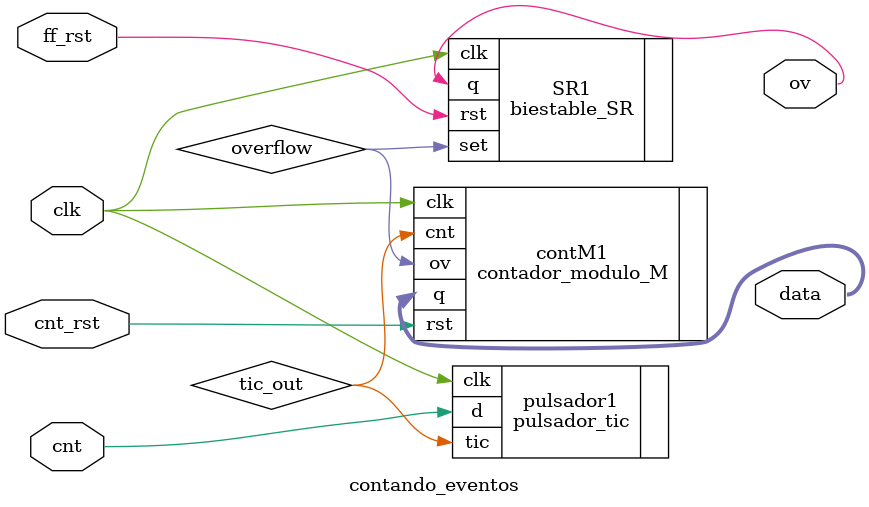
<source format=v>

`default_nettype none

module contando_eventos (input wire clk, input wire cnt, input wire ff_rst, input wire cnt_rst, output wire ov, output wire [N-1:0] data);

	//-- cable intermedio entre pulsador_tic y contador modulo_M
	wire tic_out;
	
	//-- cable intermedio entre el contador modulo_M y el biestable_SR
	wire overflow;
	
	//-- parametro para el contador modulo_M
	parameter N = 3;

	//-- Instanciamos el pulsador_tic
	pulsador_tic 
	pulsador1 (
				.clk(clk),
				.d(cnt),
				.tic(tic_out)
			  );
			  
	//-- Instanciamos el biestable_SR_sincrono
	biestable_SR
	SR1 (
		.clk(clk),
		.set(overflow),
		.rst(ff_rst),
		.q(ov)
		);
		
	//-- Instanciamos el contador modulo_M
	contador_modulo_M #(.N(N))
	contM1 (
			.clk(clk),
			.rst(cnt_rst),
			.cnt(tic_out),
			.ov(overflow),
			.q(data)
			);		  
endmodule

</source>
